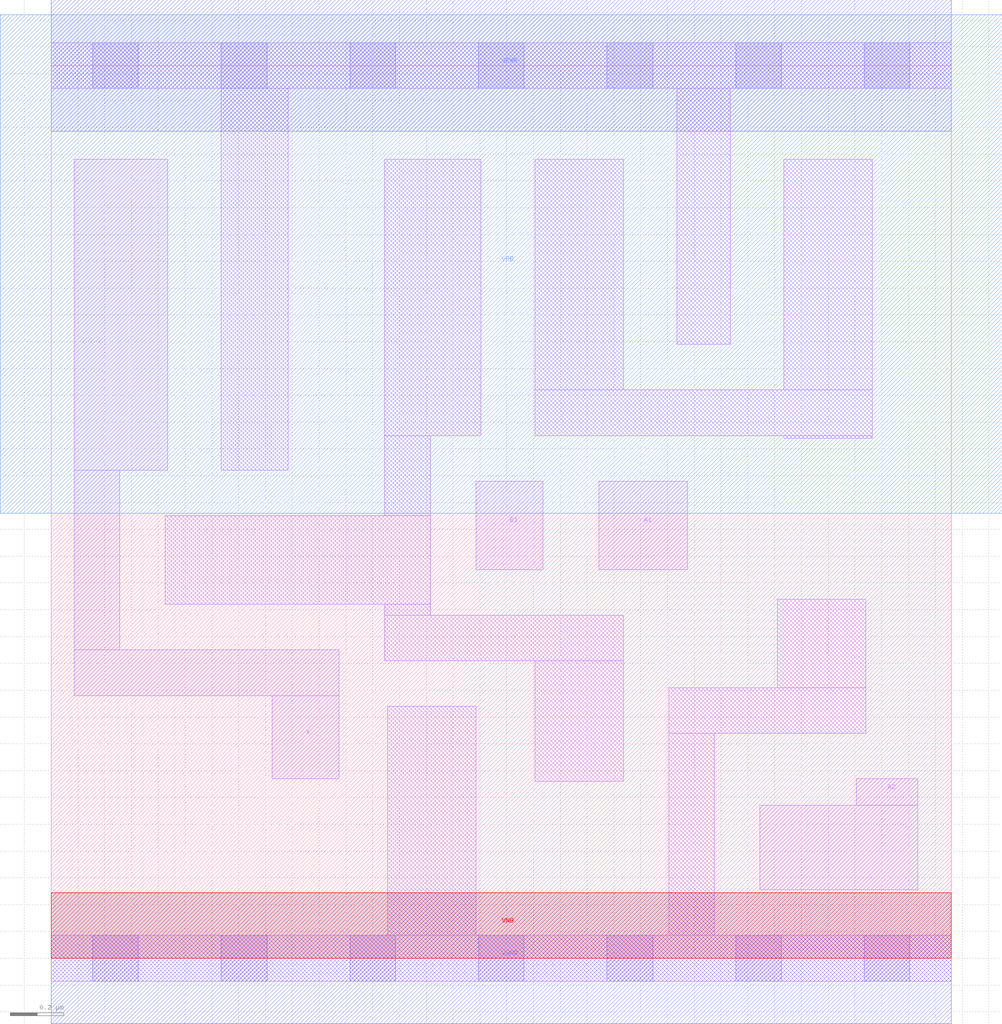
<source format=lef>
# Copyright 2020 The SkyWater PDK Authors
#
# Licensed under the Apache License, Version 2.0 (the "License");
# you may not use this file except in compliance with the License.
# You may obtain a copy of the License at
#
#     https://www.apache.org/licenses/LICENSE-2.0
#
# Unless required by applicable law or agreed to in writing, software
# distributed under the License is distributed on an "AS IS" BASIS,
# WITHOUT WARRANTIES OR CONDITIONS OF ANY KIND, either express or implied.
# See the License for the specific language governing permissions and
# limitations under the License.
#
# SPDX-License-Identifier: Apache-2.0

VERSION 5.7 ;
  NOWIREEXTENSIONATPIN ON ;
  DIVIDERCHAR "/" ;
  BUSBITCHARS "[]" ;
MACRO sky130_fd_sc_ls__a21o_1
  CLASS CORE ;
  FOREIGN sky130_fd_sc_ls__a21o_1 ;
  ORIGIN  0.000000  0.000000 ;
  SIZE  3.360000 BY  3.330000 ;
  SYMMETRY X Y ;
  SITE unit ;
  PIN A1
    ANTENNAGATEAREA  0.246000 ;
    DIRECTION INPUT ;
    USE SIGNAL ;
    PORT
      LAYER li1 ;
        RECT 2.045000 1.450000 2.375000 1.780000 ;
    END
  END A1
  PIN A2
    ANTENNAGATEAREA  0.246000 ;
    DIRECTION INPUT ;
    USE SIGNAL ;
    PORT
      LAYER li1 ;
        RECT 2.645000 0.255000 3.235000 0.570000 ;
        RECT 3.005000 0.570000 3.235000 0.670000 ;
    END
  END A2
  PIN B1
    ANTENNAGATEAREA  0.246000 ;
    DIRECTION INPUT ;
    USE SIGNAL ;
    PORT
      LAYER li1 ;
        RECT 1.585000 1.450000 1.835000 1.780000 ;
    END
  END B1
  PIN X
    ANTENNADIFFAREA  0.504100 ;
    DIRECTION OUTPUT ;
    USE SIGNAL ;
    PORT
      LAYER li1 ;
        RECT 0.085000 0.980000 1.075000 1.150000 ;
        RECT 0.085000 1.150000 0.255000 1.820000 ;
        RECT 0.085000 1.820000 0.435000 2.980000 ;
        RECT 0.825000 0.670000 1.075000 0.980000 ;
    END
  END X
  PIN VGND
    DIRECTION INOUT ;
    SHAPE ABUTMENT ;
    USE GROUND ;
    PORT
      LAYER met1 ;
        RECT 0.000000 -0.245000 3.360000 0.245000 ;
    END
  END VGND
  PIN VNB
    DIRECTION INOUT ;
    USE GROUND ;
    PORT
      LAYER pwell ;
        RECT 0.000000 0.000000 3.360000 0.245000 ;
    END
  END VNB
  PIN VPB
    DIRECTION INOUT ;
    USE POWER ;
    PORT
      LAYER nwell ;
        RECT -0.190000 1.660000 3.550000 3.520000 ;
    END
  END VPB
  PIN VPWR
    DIRECTION INOUT ;
    SHAPE ABUTMENT ;
    USE POWER ;
    PORT
      LAYER met1 ;
        RECT 0.000000 3.085000 3.360000 3.575000 ;
    END
  END VPWR
  OBS
    LAYER li1 ;
      RECT 0.000000 -0.085000 3.360000 0.085000 ;
      RECT 0.000000  3.245000 3.360000 3.415000 ;
      RECT 0.425000  1.320000 1.415000 1.650000 ;
      RECT 0.635000  1.820000 0.885000 3.245000 ;
      RECT 1.245000  1.110000 2.135000 1.280000 ;
      RECT 1.245000  1.280000 1.415000 1.320000 ;
      RECT 1.245000  1.650000 1.415000 1.950000 ;
      RECT 1.245000  1.950000 1.605000 2.980000 ;
      RECT 1.255000  0.085000 1.585000 0.940000 ;
      RECT 1.805000  0.660000 2.135000 1.110000 ;
      RECT 1.805000  1.950000 3.065000 2.120000 ;
      RECT 1.805000  2.120000 2.135000 2.980000 ;
      RECT 2.305000  0.085000 2.475000 0.840000 ;
      RECT 2.305000  0.840000 3.040000 1.010000 ;
      RECT 2.335000  2.290000 2.535000 3.245000 ;
      RECT 2.710000  1.010000 3.040000 1.340000 ;
      RECT 2.735000  1.940000 3.065000 1.950000 ;
      RECT 2.735000  2.120000 3.065000 2.980000 ;
    LAYER mcon ;
      RECT 0.155000 -0.085000 0.325000 0.085000 ;
      RECT 0.155000  3.245000 0.325000 3.415000 ;
      RECT 0.635000 -0.085000 0.805000 0.085000 ;
      RECT 0.635000  3.245000 0.805000 3.415000 ;
      RECT 1.115000 -0.085000 1.285000 0.085000 ;
      RECT 1.115000  3.245000 1.285000 3.415000 ;
      RECT 1.595000 -0.085000 1.765000 0.085000 ;
      RECT 1.595000  3.245000 1.765000 3.415000 ;
      RECT 2.075000 -0.085000 2.245000 0.085000 ;
      RECT 2.075000  3.245000 2.245000 3.415000 ;
      RECT 2.555000 -0.085000 2.725000 0.085000 ;
      RECT 2.555000  3.245000 2.725000 3.415000 ;
      RECT 3.035000 -0.085000 3.205000 0.085000 ;
      RECT 3.035000  3.245000 3.205000 3.415000 ;
  END
END sky130_fd_sc_ls__a21o_1
END LIBRARY

</source>
